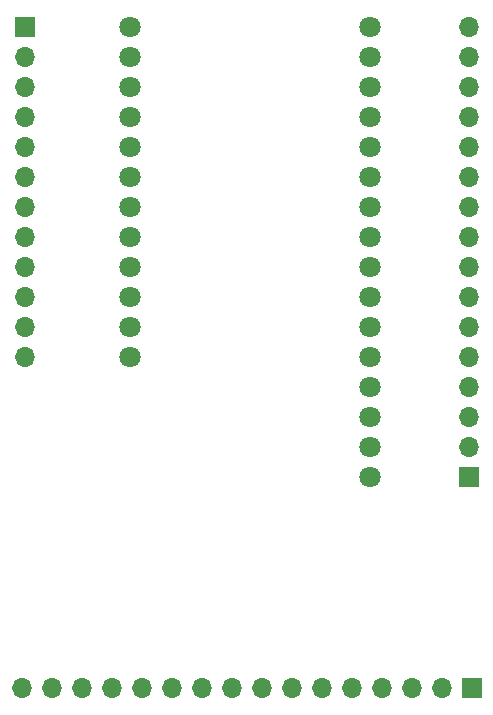
<source format=gbr>
%TF.GenerationSoftware,KiCad,Pcbnew,(5.1.8)-1*%
%TF.CreationDate,2021-11-07T11:05:33-05:00*%
%TF.ProjectId,controller,636f6e74-726f-46c6-9c65-722e6b696361,rev?*%
%TF.SameCoordinates,Original*%
%TF.FileFunction,Copper,L2,Bot*%
%TF.FilePolarity,Positive*%
%FSLAX46Y46*%
G04 Gerber Fmt 4.6, Leading zero omitted, Abs format (unit mm)*
G04 Created by KiCad (PCBNEW (5.1.8)-1) date 2021-11-07 11:05:33*
%MOMM*%
%LPD*%
G01*
G04 APERTURE LIST*
%TA.AperFunction,ComponentPad*%
%ADD10C,1.800000*%
%TD*%
%TA.AperFunction,ComponentPad*%
%ADD11O,1.700000X1.700000*%
%TD*%
%TA.AperFunction,ComponentPad*%
%ADD12R,1.700000X1.700000*%
%TD*%
G04 APERTURE END LIST*
D10*
%TO.P,U1,28*%
%TO.N,/D2*%
X157215000Y-58834999D03*
%TO.P,U1,27*%
%TO.N,/TX*%
X157215000Y-61374999D03*
%TO.P,U1,26*%
%TO.N,/RX*%
X157215000Y-63914999D03*
%TO.P,U1,25*%
%TO.N,/MI*%
X157215000Y-66454999D03*
%TO.P,U1,24*%
%TO.N,/MO*%
X157215000Y-68994999D03*
%TO.P,U1,23*%
%TO.N,/SCK*%
X157215000Y-71534999D03*
%TO.P,U1,22*%
%TO.N,/A5*%
X157215000Y-74074999D03*
%TO.P,U1,21*%
%TO.N,/A4*%
X157215000Y-76614999D03*
%TO.P,U1,20*%
%TO.N,/A3*%
X157215000Y-79154999D03*
%TO.P,U1,19*%
%TO.N,/A2*%
X157215000Y-81694999D03*
%TO.P,U1,18*%
%TO.N,/A1*%
X157215000Y-84234999D03*
%TO.P,U1,17*%
%TO.N,/A0*%
X157215000Y-86774999D03*
%TO.P,U1,16*%
%TO.N,/GND*%
X157215000Y-89314999D03*
%TO.P,U1,15*%
%TO.N,/Aref*%
X157215000Y-91854999D03*
%TO.P,U1,14*%
%TO.N,/3V*%
X157215000Y-94394999D03*
%TO.P,U1,13*%
%TO.N,/Rst*%
X157215000Y-96934999D03*
%TO.P,U1,12*%
%TO.N,/Bat*%
X136895000Y-86774999D03*
%TO.P,U1,11*%
%TO.N,/En*%
X136895000Y-84234999D03*
%TO.P,U1,10*%
%TO.N,/USB*%
X136895000Y-81694999D03*
%TO.P,U1,9*%
%TO.N,/D13*%
X136895000Y-79154999D03*
%TO.P,U1,8*%
%TO.N,/D12*%
X136895000Y-76614999D03*
%TO.P,U1,7*%
%TO.N,/D11*%
X136895000Y-74074999D03*
%TO.P,U1,6*%
%TO.N,/D10*%
X136895000Y-71534999D03*
%TO.P,U1,5*%
%TO.N,/D9*%
X136895000Y-68994999D03*
%TO.P,U1,4*%
%TO.N,/D6*%
X136895000Y-66454999D03*
%TO.P,U1,3*%
%TO.N,/D5*%
X136895000Y-63914999D03*
%TO.P,U1,2*%
%TO.N,/SCL*%
X136895000Y-61374999D03*
%TO.P,U1,1*%
%TO.N,/SDA*%
X136895000Y-58834999D03*
%TD*%
D11*
%TO.P,J3,16*%
%TO.N,/D13*%
X127740000Y-114790000D03*
%TO.P,J3,15*%
%TO.N,/D12*%
X130280000Y-114790000D03*
%TO.P,J3,14*%
%TO.N,/D11*%
X132820000Y-114790000D03*
%TO.P,J3,13*%
%TO.N,/D10*%
X135360000Y-114790000D03*
%TO.P,J3,12*%
%TO.N,/D9*%
X137900000Y-114790000D03*
%TO.P,J3,11*%
%TO.N,/D6*%
X140440000Y-114790000D03*
%TO.P,J3,10*%
%TO.N,/D5*%
X142980000Y-114790000D03*
%TO.P,J3,9*%
%TO.N,/D2*%
X145520000Y-114790000D03*
%TO.P,J3,8*%
%TO.N,/A5*%
X148060000Y-114790000D03*
%TO.P,J3,7*%
%TO.N,/A4*%
X150600000Y-114790000D03*
%TO.P,J3,6*%
%TO.N,/A3*%
X153140000Y-114790000D03*
%TO.P,J3,5*%
%TO.N,/A2*%
X155680000Y-114790000D03*
%TO.P,J3,4*%
%TO.N,/A1*%
X158220000Y-114790000D03*
%TO.P,J3,3*%
%TO.N,/A0*%
X160760000Y-114790000D03*
%TO.P,J3,2*%
%TO.N,/3V*%
X163300000Y-114790000D03*
D12*
%TO.P,J3,1*%
%TO.N,/GND*%
X165840000Y-114790000D03*
%TD*%
D11*
%TO.P,J2,16*%
%TO.N,/D2*%
X165640000Y-58840000D03*
%TO.P,J2,15*%
%TO.N,/TX*%
X165640000Y-61380000D03*
%TO.P,J2,14*%
%TO.N,/RX*%
X165640000Y-63920000D03*
%TO.P,J2,13*%
%TO.N,/MI*%
X165640000Y-66460000D03*
%TO.P,J2,12*%
%TO.N,/MO*%
X165640000Y-69000000D03*
%TO.P,J2,11*%
%TO.N,/SCK*%
X165640000Y-71540000D03*
%TO.P,J2,10*%
%TO.N,/A5*%
X165640000Y-74080000D03*
%TO.P,J2,9*%
%TO.N,/A4*%
X165640000Y-76620000D03*
%TO.P,J2,8*%
%TO.N,/A3*%
X165640000Y-79160000D03*
%TO.P,J2,7*%
%TO.N,/A2*%
X165640000Y-81700000D03*
%TO.P,J2,6*%
%TO.N,/A1*%
X165640000Y-84240000D03*
%TO.P,J2,5*%
%TO.N,/A0*%
X165640000Y-86780000D03*
%TO.P,J2,4*%
%TO.N,/GND*%
X165640000Y-89320000D03*
%TO.P,J2,3*%
%TO.N,/Aref*%
X165640000Y-91860000D03*
%TO.P,J2,2*%
%TO.N,/3V*%
X165640000Y-94400000D03*
D12*
%TO.P,J2,1*%
%TO.N,/Rst*%
X165640000Y-96940000D03*
%TD*%
D11*
%TO.P,J1,12*%
%TO.N,/Bat*%
X128020000Y-86780000D03*
%TO.P,J1,11*%
%TO.N,/En*%
X128020000Y-84240000D03*
%TO.P,J1,10*%
%TO.N,/USB*%
X128020000Y-81700000D03*
%TO.P,J1,9*%
%TO.N,/D13*%
X128020000Y-79160000D03*
%TO.P,J1,8*%
%TO.N,/D12*%
X128020000Y-76620000D03*
%TO.P,J1,7*%
%TO.N,/D11*%
X128020000Y-74080000D03*
%TO.P,J1,6*%
%TO.N,/D10*%
X128020000Y-71540000D03*
%TO.P,J1,5*%
%TO.N,/D9*%
X128020000Y-69000000D03*
%TO.P,J1,4*%
%TO.N,/D6*%
X128020000Y-66460000D03*
%TO.P,J1,3*%
%TO.N,/D5*%
X128020000Y-63920000D03*
%TO.P,J1,2*%
%TO.N,/SCL*%
X128020000Y-61380000D03*
D12*
%TO.P,J1,1*%
%TO.N,/SDA*%
X128020000Y-58840000D03*
%TD*%
M02*

</source>
